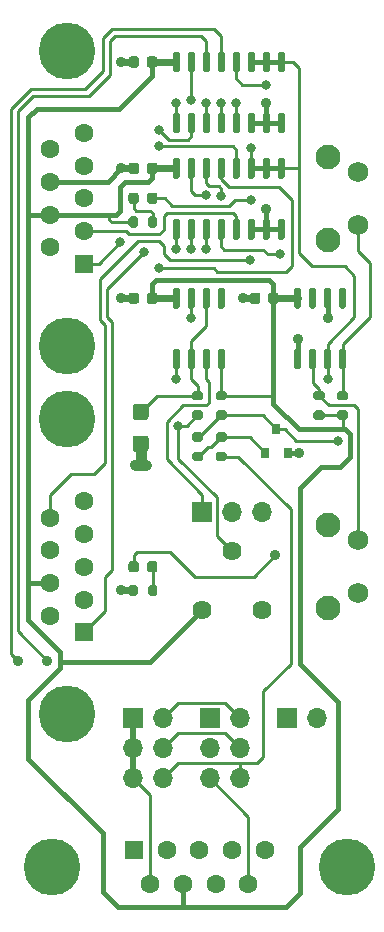
<source format=gtl>
%TF.GenerationSoftware,KiCad,Pcbnew,5.1.12-84ad8e8a86~92~ubuntu20.04.1*%
%TF.CreationDate,2021-12-12T16:01:27+01:00*%
%TF.ProjectId,C64 Joystick Switcher,43363420-4a6f-4797-9374-69636b205377,rev?*%
%TF.SameCoordinates,PX5b1e2c0PY21e9a40*%
%TF.FileFunction,Copper,L1,Top*%
%TF.FilePolarity,Positive*%
%FSLAX46Y46*%
G04 Gerber Fmt 4.6, Leading zero omitted, Abs format (unit mm)*
G04 Created by KiCad (PCBNEW 5.1.12-84ad8e8a86~92~ubuntu20.04.1) date 2021-12-12 16:01:27*
%MOMM*%
%LPD*%
G01*
G04 APERTURE LIST*
%TA.AperFunction,ComponentPad*%
%ADD10C,1.620000*%
%TD*%
%TA.AperFunction,SMDPad,CuDef*%
%ADD11R,0.800000X0.900000*%
%TD*%
%TA.AperFunction,ComponentPad*%
%ADD12C,2.100000*%
%TD*%
%TA.AperFunction,ComponentPad*%
%ADD13C,1.750000*%
%TD*%
%TA.AperFunction,ComponentPad*%
%ADD14R,1.600000X1.600000*%
%TD*%
%TA.AperFunction,ComponentPad*%
%ADD15C,1.600000*%
%TD*%
%TA.AperFunction,ComponentPad*%
%ADD16C,4.800000*%
%TD*%
%TA.AperFunction,ComponentPad*%
%ADD17R,1.700000X1.700000*%
%TD*%
%TA.AperFunction,ComponentPad*%
%ADD18O,1.700000X1.700000*%
%TD*%
%TA.AperFunction,ViaPad*%
%ADD19C,0.900000*%
%TD*%
%TA.AperFunction,ViaPad*%
%ADD20C,0.800000*%
%TD*%
%TA.AperFunction,Conductor*%
%ADD21C,0.400000*%
%TD*%
%TA.AperFunction,Conductor*%
%ADD22C,0.250000*%
%TD*%
%TA.AperFunction,Conductor*%
%ADD23C,0.600000*%
%TD*%
%TA.AperFunction,Conductor*%
%ADD24C,0.900000*%
%TD*%
%TA.AperFunction,Conductor*%
%ADD25C,0.500000*%
%TD*%
G04 APERTURE END LIST*
%TO.P,C5,2*%
%TO.N,GND*%
%TA.AperFunction,SMDPad,CuDef*%
G36*
G01*
X14830999Y-35490000D02*
X15681001Y-35490000D01*
G75*
G02*
X15931000Y-35739999I0J-249999D01*
G01*
X15931000Y-36640001D01*
G75*
G02*
X15681001Y-36890000I-249999J0D01*
G01*
X14830999Y-36890000D01*
G75*
G02*
X14581000Y-36640001I0J249999D01*
G01*
X14581000Y-35739999D01*
G75*
G02*
X14830999Y-35490000I249999J0D01*
G01*
G37*
%TD.AperFunction*%
%TO.P,C5,1*%
%TO.N,Net-(C5-Pad1)*%
%TA.AperFunction,SMDPad,CuDef*%
G36*
G01*
X14830999Y-32790000D02*
X15681001Y-32790000D01*
G75*
G02*
X15931000Y-33039999I0J-249999D01*
G01*
X15931000Y-33940001D01*
G75*
G02*
X15681001Y-34190000I-249999J0D01*
G01*
X14830999Y-34190000D01*
G75*
G02*
X14581000Y-33940001I0J249999D01*
G01*
X14581000Y-33039999D01*
G75*
G02*
X14830999Y-32790000I249999J0D01*
G01*
G37*
%TD.AperFunction*%
%TD*%
D10*
%TO.P,RV1,1*%
%TO.N,Net-(RV1-Pad1)*%
X25496000Y-50240000D03*
%TO.P,RV1,2*%
%TO.N,Net-(R8-Pad2)*%
X22996000Y-45240000D03*
%TO.P,RV1,3*%
%TO.N,VCC*%
X20496000Y-50240000D03*
%TD*%
D11*
%TO.P,Q1,3*%
%TO.N,ALT_FIRE*%
X26756000Y-34940000D03*
%TO.P,Q1,2*%
%TO.N,GND*%
X27706000Y-36940000D03*
%TO.P,Q1,1*%
%TO.N,Net-(Q1-Pad1)*%
X25806000Y-36940000D03*
%TD*%
%TO.P,D2,2*%
%TO.N,PORT*%
%TA.AperFunction,SMDPad,CuDef*%
G36*
G01*
X15106000Y-46343750D02*
X15106000Y-46856250D01*
G75*
G02*
X14887250Y-47075000I-218750J0D01*
G01*
X14449750Y-47075000D01*
G75*
G02*
X14231000Y-46856250I0J218750D01*
G01*
X14231000Y-46343750D01*
G75*
G02*
X14449750Y-46125000I218750J0D01*
G01*
X14887250Y-46125000D01*
G75*
G02*
X15106000Y-46343750I0J-218750D01*
G01*
G37*
%TD.AperFunction*%
%TO.P,D2,1*%
%TO.N,Net-(D2-Pad1)*%
%TA.AperFunction,SMDPad,CuDef*%
G36*
G01*
X16681000Y-46343750D02*
X16681000Y-46856250D01*
G75*
G02*
X16462250Y-47075000I-218750J0D01*
G01*
X16024750Y-47075000D01*
G75*
G02*
X15806000Y-46856250I0J218750D01*
G01*
X15806000Y-46343750D01*
G75*
G02*
X16024750Y-46125000I218750J0D01*
G01*
X16462250Y-46125000D01*
G75*
G02*
X16681000Y-46343750I0J-218750D01*
G01*
G37*
%TD.AperFunction*%
%TD*%
%TO.P,D1,2*%
%TO.N,Net-(D1-Pad2)*%
%TA.AperFunction,SMDPad,CuDef*%
G36*
G01*
X15106000Y-15143750D02*
X15106000Y-15656250D01*
G75*
G02*
X14887250Y-15875000I-218750J0D01*
G01*
X14449750Y-15875000D01*
G75*
G02*
X14231000Y-15656250I0J218750D01*
G01*
X14231000Y-15143750D01*
G75*
G02*
X14449750Y-14925000I218750J0D01*
G01*
X14887250Y-14925000D01*
G75*
G02*
X15106000Y-15143750I0J-218750D01*
G01*
G37*
%TD.AperFunction*%
%TO.P,D1,1*%
%TO.N,PORT*%
%TA.AperFunction,SMDPad,CuDef*%
G36*
G01*
X16681000Y-15143750D02*
X16681000Y-15656250D01*
G75*
G02*
X16462250Y-15875000I-218750J0D01*
G01*
X16024750Y-15875000D01*
G75*
G02*
X15806000Y-15656250I0J218750D01*
G01*
X15806000Y-15143750D01*
G75*
G02*
X16024750Y-14925000I218750J0D01*
G01*
X16462250Y-14925000D01*
G75*
G02*
X16681000Y-15143750I0J-218750D01*
G01*
G37*
%TD.AperFunction*%
%TD*%
%TO.P,U4,8*%
%TO.N,VCC*%
%TA.AperFunction,SMDPad,CuDef*%
G36*
G01*
X18431000Y-24740000D02*
X18131000Y-24740000D01*
G75*
G02*
X17981000Y-24590000I0J150000D01*
G01*
X17981000Y-23140000D01*
G75*
G02*
X18131000Y-22990000I150000J0D01*
G01*
X18431000Y-22990000D01*
G75*
G02*
X18581000Y-23140000I0J-150000D01*
G01*
X18581000Y-24590000D01*
G75*
G02*
X18431000Y-24740000I-150000J0D01*
G01*
G37*
%TD.AperFunction*%
%TO.P,U4,7*%
%TO.N,Net-(R8-Pad2)*%
%TA.AperFunction,SMDPad,CuDef*%
G36*
G01*
X19701000Y-24740000D02*
X19401000Y-24740000D01*
G75*
G02*
X19251000Y-24590000I0J150000D01*
G01*
X19251000Y-23140000D01*
G75*
G02*
X19401000Y-22990000I150000J0D01*
G01*
X19701000Y-22990000D01*
G75*
G02*
X19851000Y-23140000I0J-150000D01*
G01*
X19851000Y-24590000D01*
G75*
G02*
X19701000Y-24740000I-150000J0D01*
G01*
G37*
%TD.AperFunction*%
%TO.P,U4,6*%
%TO.N,Net-(C5-Pad1)*%
%TA.AperFunction,SMDPad,CuDef*%
G36*
G01*
X20971000Y-24740000D02*
X20671000Y-24740000D01*
G75*
G02*
X20521000Y-24590000I0J150000D01*
G01*
X20521000Y-23140000D01*
G75*
G02*
X20671000Y-22990000I150000J0D01*
G01*
X20971000Y-22990000D01*
G75*
G02*
X21121000Y-23140000I0J-150000D01*
G01*
X21121000Y-24590000D01*
G75*
G02*
X20971000Y-24740000I-150000J0D01*
G01*
G37*
%TD.AperFunction*%
%TO.P,U4,5*%
%TO.N,Net-(U4-Pad5)*%
%TA.AperFunction,SMDPad,CuDef*%
G36*
G01*
X22241000Y-24740000D02*
X21941000Y-24740000D01*
G75*
G02*
X21791000Y-24590000I0J150000D01*
G01*
X21791000Y-23140000D01*
G75*
G02*
X21941000Y-22990000I150000J0D01*
G01*
X22241000Y-22990000D01*
G75*
G02*
X22391000Y-23140000I0J-150000D01*
G01*
X22391000Y-24590000D01*
G75*
G02*
X22241000Y-24740000I-150000J0D01*
G01*
G37*
%TD.AperFunction*%
%TO.P,U4,4*%
%TO.N,VCC*%
%TA.AperFunction,SMDPad,CuDef*%
G36*
G01*
X22241000Y-29890000D02*
X21941000Y-29890000D01*
G75*
G02*
X21791000Y-29740000I0J150000D01*
G01*
X21791000Y-28290000D01*
G75*
G02*
X21941000Y-28140000I150000J0D01*
G01*
X22241000Y-28140000D01*
G75*
G02*
X22391000Y-28290000I0J-150000D01*
G01*
X22391000Y-29740000D01*
G75*
G02*
X22241000Y-29890000I-150000J0D01*
G01*
G37*
%TD.AperFunction*%
%TO.P,U4,3*%
%TO.N,AUTOFIRE*%
%TA.AperFunction,SMDPad,CuDef*%
G36*
G01*
X20971000Y-29890000D02*
X20671000Y-29890000D01*
G75*
G02*
X20521000Y-29740000I0J150000D01*
G01*
X20521000Y-28290000D01*
G75*
G02*
X20671000Y-28140000I150000J0D01*
G01*
X20971000Y-28140000D01*
G75*
G02*
X21121000Y-28290000I0J-150000D01*
G01*
X21121000Y-29740000D01*
G75*
G02*
X20971000Y-29890000I-150000J0D01*
G01*
G37*
%TD.AperFunction*%
%TO.P,U4,2*%
%TO.N,Net-(C5-Pad1)*%
%TA.AperFunction,SMDPad,CuDef*%
G36*
G01*
X19701000Y-29890000D02*
X19401000Y-29890000D01*
G75*
G02*
X19251000Y-29740000I0J150000D01*
G01*
X19251000Y-28290000D01*
G75*
G02*
X19401000Y-28140000I150000J0D01*
G01*
X19701000Y-28140000D01*
G75*
G02*
X19851000Y-28290000I0J-150000D01*
G01*
X19851000Y-29740000D01*
G75*
G02*
X19701000Y-29890000I-150000J0D01*
G01*
G37*
%TD.AperFunction*%
%TO.P,U4,1*%
%TO.N,FIRE*%
%TA.AperFunction,SMDPad,CuDef*%
G36*
G01*
X18431000Y-29890000D02*
X18131000Y-29890000D01*
G75*
G02*
X17981000Y-29740000I0J150000D01*
G01*
X17981000Y-28290000D01*
G75*
G02*
X18131000Y-28140000I150000J0D01*
G01*
X18431000Y-28140000D01*
G75*
G02*
X18581000Y-28290000I0J-150000D01*
G01*
X18581000Y-29740000D01*
G75*
G02*
X18431000Y-29890000I-150000J0D01*
G01*
G37*
%TD.AperFunction*%
%TD*%
%TO.P,U3,8*%
%TO.N,VCC*%
%TA.AperFunction,SMDPad,CuDef*%
G36*
G01*
X28701000Y-24740000D02*
X28401000Y-24740000D01*
G75*
G02*
X28251000Y-24590000I0J150000D01*
G01*
X28251000Y-23140000D01*
G75*
G02*
X28401000Y-22990000I150000J0D01*
G01*
X28701000Y-22990000D01*
G75*
G02*
X28851000Y-23140000I0J-150000D01*
G01*
X28851000Y-24590000D01*
G75*
G02*
X28701000Y-24740000I-150000J0D01*
G01*
G37*
%TD.AperFunction*%
%TO.P,U3,7*%
%TO.N,Net-(U3-Pad7)*%
%TA.AperFunction,SMDPad,CuDef*%
G36*
G01*
X29971000Y-24740000D02*
X29671000Y-24740000D01*
G75*
G02*
X29521000Y-24590000I0J150000D01*
G01*
X29521000Y-23140000D01*
G75*
G02*
X29671000Y-22990000I150000J0D01*
G01*
X29971000Y-22990000D01*
G75*
G02*
X30121000Y-23140000I0J-150000D01*
G01*
X30121000Y-24590000D01*
G75*
G02*
X29971000Y-24740000I-150000J0D01*
G01*
G37*
%TD.AperFunction*%
%TO.P,U3,6*%
%TO.N,GND*%
%TA.AperFunction,SMDPad,CuDef*%
G36*
G01*
X31241000Y-24740000D02*
X30941000Y-24740000D01*
G75*
G02*
X30791000Y-24590000I0J150000D01*
G01*
X30791000Y-23140000D01*
G75*
G02*
X30941000Y-22990000I150000J0D01*
G01*
X31241000Y-22990000D01*
G75*
G02*
X31391000Y-23140000I0J-150000D01*
G01*
X31391000Y-24590000D01*
G75*
G02*
X31241000Y-24740000I-150000J0D01*
G01*
G37*
%TD.AperFunction*%
%TO.P,U3,5*%
%TO.N,Net-(U3-Pad5)*%
%TA.AperFunction,SMDPad,CuDef*%
G36*
G01*
X32511000Y-24740000D02*
X32211000Y-24740000D01*
G75*
G02*
X32061000Y-24590000I0J150000D01*
G01*
X32061000Y-23140000D01*
G75*
G02*
X32211000Y-22990000I150000J0D01*
G01*
X32511000Y-22990000D01*
G75*
G02*
X32661000Y-23140000I0J-150000D01*
G01*
X32661000Y-24590000D01*
G75*
G02*
X32511000Y-24740000I-150000J0D01*
G01*
G37*
%TD.AperFunction*%
%TO.P,U3,4*%
%TO.N,Net-(R1-Pad1)*%
%TA.AperFunction,SMDPad,CuDef*%
G36*
G01*
X32511000Y-29890000D02*
X32211000Y-29890000D01*
G75*
G02*
X32061000Y-29740000I0J150000D01*
G01*
X32061000Y-28290000D01*
G75*
G02*
X32211000Y-28140000I150000J0D01*
G01*
X32511000Y-28140000D01*
G75*
G02*
X32661000Y-28290000I0J-150000D01*
G01*
X32661000Y-29740000D01*
G75*
G02*
X32511000Y-29890000I-150000J0D01*
G01*
G37*
%TD.AperFunction*%
%TO.P,U3,3*%
%TO.N,PORT*%
%TA.AperFunction,SMDPad,CuDef*%
G36*
G01*
X31241000Y-29890000D02*
X30941000Y-29890000D01*
G75*
G02*
X30791000Y-29740000I0J150000D01*
G01*
X30791000Y-28290000D01*
G75*
G02*
X30941000Y-28140000I150000J0D01*
G01*
X31241000Y-28140000D01*
G75*
G02*
X31391000Y-28290000I0J-150000D01*
G01*
X31391000Y-29740000D01*
G75*
G02*
X31241000Y-29890000I-150000J0D01*
G01*
G37*
%TD.AperFunction*%
%TO.P,U3,2*%
%TO.N,Net-(R2-Pad1)*%
%TA.AperFunction,SMDPad,CuDef*%
G36*
G01*
X29971000Y-29890000D02*
X29671000Y-29890000D01*
G75*
G02*
X29521000Y-29740000I0J150000D01*
G01*
X29521000Y-28290000D01*
G75*
G02*
X29671000Y-28140000I150000J0D01*
G01*
X29971000Y-28140000D01*
G75*
G02*
X30121000Y-28290000I0J-150000D01*
G01*
X30121000Y-29740000D01*
G75*
G02*
X29971000Y-29890000I-150000J0D01*
G01*
G37*
%TD.AperFunction*%
%TO.P,U3,1*%
%TO.N,GND*%
%TA.AperFunction,SMDPad,CuDef*%
G36*
G01*
X28701000Y-29890000D02*
X28401000Y-29890000D01*
G75*
G02*
X28251000Y-29740000I0J150000D01*
G01*
X28251000Y-28290000D01*
G75*
G02*
X28401000Y-28140000I150000J0D01*
G01*
X28701000Y-28140000D01*
G75*
G02*
X28851000Y-28290000I0J-150000D01*
G01*
X28851000Y-29740000D01*
G75*
G02*
X28701000Y-29890000I-150000J0D01*
G01*
G37*
%TD.AperFunction*%
%TD*%
%TO.P,U2,16*%
%TO.N,VCC*%
%TA.AperFunction,SMDPad,CuDef*%
G36*
G01*
X18431000Y-4740000D02*
X18131000Y-4740000D01*
G75*
G02*
X17981000Y-4590000I0J150000D01*
G01*
X17981000Y-3140000D01*
G75*
G02*
X18131000Y-2990000I150000J0D01*
G01*
X18431000Y-2990000D01*
G75*
G02*
X18581000Y-3140000I0J-150000D01*
G01*
X18581000Y-4590000D01*
G75*
G02*
X18431000Y-4740000I-150000J0D01*
G01*
G37*
%TD.AperFunction*%
%TO.P,U2,15*%
%TO.N,UP*%
%TA.AperFunction,SMDPad,CuDef*%
G36*
G01*
X19701000Y-4740000D02*
X19401000Y-4740000D01*
G75*
G02*
X19251000Y-4590000I0J150000D01*
G01*
X19251000Y-3140000D01*
G75*
G02*
X19401000Y-2990000I150000J0D01*
G01*
X19701000Y-2990000D01*
G75*
G02*
X19851000Y-3140000I0J-150000D01*
G01*
X19851000Y-4590000D01*
G75*
G02*
X19701000Y-4740000I-150000J0D01*
G01*
G37*
%TD.AperFunction*%
%TO.P,U2,14*%
%TO.N,Net-(JP2-Pad2)*%
%TA.AperFunction,SMDPad,CuDef*%
G36*
G01*
X20971000Y-4740000D02*
X20671000Y-4740000D01*
G75*
G02*
X20521000Y-4590000I0J150000D01*
G01*
X20521000Y-3140000D01*
G75*
G02*
X20671000Y-2990000I150000J0D01*
G01*
X20971000Y-2990000D01*
G75*
G02*
X21121000Y-3140000I0J-150000D01*
G01*
X21121000Y-4590000D01*
G75*
G02*
X20971000Y-4740000I-150000J0D01*
G01*
G37*
%TD.AperFunction*%
%TO.P,U2,13*%
%TO.N,Net-(J1-Pad6)*%
%TA.AperFunction,SMDPad,CuDef*%
G36*
G01*
X22241000Y-4740000D02*
X21941000Y-4740000D01*
G75*
G02*
X21791000Y-4590000I0J150000D01*
G01*
X21791000Y-3140000D01*
G75*
G02*
X21941000Y-2990000I150000J0D01*
G01*
X22241000Y-2990000D01*
G75*
G02*
X22391000Y-3140000I0J-150000D01*
G01*
X22391000Y-4590000D01*
G75*
G02*
X22241000Y-4740000I-150000J0D01*
G01*
G37*
%TD.AperFunction*%
%TO.P,U2,12*%
%TO.N,Net-(J2-Pad6)*%
%TA.AperFunction,SMDPad,CuDef*%
G36*
G01*
X23511000Y-4740000D02*
X23211000Y-4740000D01*
G75*
G02*
X23061000Y-4590000I0J150000D01*
G01*
X23061000Y-3140000D01*
G75*
G02*
X23211000Y-2990000I150000J0D01*
G01*
X23511000Y-2990000D01*
G75*
G02*
X23661000Y-3140000I0J-150000D01*
G01*
X23661000Y-4590000D01*
G75*
G02*
X23511000Y-4740000I-150000J0D01*
G01*
G37*
%TD.AperFunction*%
%TO.P,U2,11*%
%TO.N,PORT*%
%TA.AperFunction,SMDPad,CuDef*%
G36*
G01*
X24781000Y-4740000D02*
X24481000Y-4740000D01*
G75*
G02*
X24331000Y-4590000I0J150000D01*
G01*
X24331000Y-3140000D01*
G75*
G02*
X24481000Y-2990000I150000J0D01*
G01*
X24781000Y-2990000D01*
G75*
G02*
X24931000Y-3140000I0J-150000D01*
G01*
X24931000Y-4590000D01*
G75*
G02*
X24781000Y-4740000I-150000J0D01*
G01*
G37*
%TD.AperFunction*%
%TO.P,U2,10*%
%TA.AperFunction,SMDPad,CuDef*%
G36*
G01*
X26051000Y-4740000D02*
X25751000Y-4740000D01*
G75*
G02*
X25601000Y-4590000I0J150000D01*
G01*
X25601000Y-3140000D01*
G75*
G02*
X25751000Y-2990000I150000J0D01*
G01*
X26051000Y-2990000D01*
G75*
G02*
X26201000Y-3140000I0J-150000D01*
G01*
X26201000Y-4590000D01*
G75*
G02*
X26051000Y-4740000I-150000J0D01*
G01*
G37*
%TD.AperFunction*%
%TO.P,U2,9*%
%TA.AperFunction,SMDPad,CuDef*%
G36*
G01*
X27321000Y-4740000D02*
X27021000Y-4740000D01*
G75*
G02*
X26871000Y-4590000I0J150000D01*
G01*
X26871000Y-3140000D01*
G75*
G02*
X27021000Y-2990000I150000J0D01*
G01*
X27321000Y-2990000D01*
G75*
G02*
X27471000Y-3140000I0J-150000D01*
G01*
X27471000Y-4590000D01*
G75*
G02*
X27321000Y-4740000I-150000J0D01*
G01*
G37*
%TD.AperFunction*%
%TO.P,U2,8*%
%TO.N,GND*%
%TA.AperFunction,SMDPad,CuDef*%
G36*
G01*
X27321000Y-9890000D02*
X27021000Y-9890000D01*
G75*
G02*
X26871000Y-9740000I0J150000D01*
G01*
X26871000Y-8290000D01*
G75*
G02*
X27021000Y-8140000I150000J0D01*
G01*
X27321000Y-8140000D01*
G75*
G02*
X27471000Y-8290000I0J-150000D01*
G01*
X27471000Y-9740000D01*
G75*
G02*
X27321000Y-9890000I-150000J0D01*
G01*
G37*
%TD.AperFunction*%
%TO.P,U2,7*%
%TA.AperFunction,SMDPad,CuDef*%
G36*
G01*
X26051000Y-9890000D02*
X25751000Y-9890000D01*
G75*
G02*
X25601000Y-9740000I0J150000D01*
G01*
X25601000Y-8290000D01*
G75*
G02*
X25751000Y-8140000I150000J0D01*
G01*
X26051000Y-8140000D01*
G75*
G02*
X26201000Y-8290000I0J-150000D01*
G01*
X26201000Y-9740000D01*
G75*
G02*
X26051000Y-9890000I-150000J0D01*
G01*
G37*
%TD.AperFunction*%
%TO.P,U2,6*%
%TA.AperFunction,SMDPad,CuDef*%
G36*
G01*
X24781000Y-9890000D02*
X24481000Y-9890000D01*
G75*
G02*
X24331000Y-9740000I0J150000D01*
G01*
X24331000Y-8290000D01*
G75*
G02*
X24481000Y-8140000I150000J0D01*
G01*
X24781000Y-8140000D01*
G75*
G02*
X24931000Y-8290000I0J-150000D01*
G01*
X24931000Y-9740000D01*
G75*
G02*
X24781000Y-9890000I-150000J0D01*
G01*
G37*
%TD.AperFunction*%
%TO.P,U2,5*%
%TO.N,Net-(J2-Pad9)*%
%TA.AperFunction,SMDPad,CuDef*%
G36*
G01*
X23511000Y-9890000D02*
X23211000Y-9890000D01*
G75*
G02*
X23061000Y-9740000I0J150000D01*
G01*
X23061000Y-8290000D01*
G75*
G02*
X23211000Y-8140000I150000J0D01*
G01*
X23511000Y-8140000D01*
G75*
G02*
X23661000Y-8290000I0J-150000D01*
G01*
X23661000Y-9740000D01*
G75*
G02*
X23511000Y-9890000I-150000J0D01*
G01*
G37*
%TD.AperFunction*%
%TO.P,U2,4*%
%TO.N,ALT_FIRE*%
%TA.AperFunction,SMDPad,CuDef*%
G36*
G01*
X22241000Y-9890000D02*
X21941000Y-9890000D01*
G75*
G02*
X21791000Y-9740000I0J150000D01*
G01*
X21791000Y-8290000D01*
G75*
G02*
X21941000Y-8140000I150000J0D01*
G01*
X22241000Y-8140000D01*
G75*
G02*
X22391000Y-8290000I0J-150000D01*
G01*
X22391000Y-9740000D01*
G75*
G02*
X22241000Y-9890000I-150000J0D01*
G01*
G37*
%TD.AperFunction*%
%TO.P,U2,3*%
%TO.N,Net-(J1-Pad9)*%
%TA.AperFunction,SMDPad,CuDef*%
G36*
G01*
X20971000Y-9890000D02*
X20671000Y-9890000D01*
G75*
G02*
X20521000Y-9740000I0J150000D01*
G01*
X20521000Y-8290000D01*
G75*
G02*
X20671000Y-8140000I150000J0D01*
G01*
X20971000Y-8140000D01*
G75*
G02*
X21121000Y-8290000I0J-150000D01*
G01*
X21121000Y-9740000D01*
G75*
G02*
X20971000Y-9890000I-150000J0D01*
G01*
G37*
%TD.AperFunction*%
%TO.P,U2,2*%
%TO.N,Net-(J2-Pad1)*%
%TA.AperFunction,SMDPad,CuDef*%
G36*
G01*
X19701000Y-9890000D02*
X19401000Y-9890000D01*
G75*
G02*
X19251000Y-9740000I0J150000D01*
G01*
X19251000Y-8290000D01*
G75*
G02*
X19401000Y-8140000I150000J0D01*
G01*
X19701000Y-8140000D01*
G75*
G02*
X19851000Y-8290000I0J-150000D01*
G01*
X19851000Y-9740000D01*
G75*
G02*
X19701000Y-9890000I-150000J0D01*
G01*
G37*
%TD.AperFunction*%
%TO.P,U2,1*%
%TO.N,Net-(J1-Pad1)*%
%TA.AperFunction,SMDPad,CuDef*%
G36*
G01*
X18431000Y-9890000D02*
X18131000Y-9890000D01*
G75*
G02*
X17981000Y-9740000I0J150000D01*
G01*
X17981000Y-8290000D01*
G75*
G02*
X18131000Y-8140000I150000J0D01*
G01*
X18431000Y-8140000D01*
G75*
G02*
X18581000Y-8290000I0J-150000D01*
G01*
X18581000Y-9740000D01*
G75*
G02*
X18431000Y-9890000I-150000J0D01*
G01*
G37*
%TD.AperFunction*%
%TD*%
%TO.P,U1,16*%
%TO.N,VCC*%
%TA.AperFunction,SMDPad,CuDef*%
G36*
G01*
X18431000Y-13740000D02*
X18131000Y-13740000D01*
G75*
G02*
X17981000Y-13590000I0J150000D01*
G01*
X17981000Y-12140000D01*
G75*
G02*
X18131000Y-11990000I150000J0D01*
G01*
X18431000Y-11990000D01*
G75*
G02*
X18581000Y-12140000I0J-150000D01*
G01*
X18581000Y-13590000D01*
G75*
G02*
X18431000Y-13740000I-150000J0D01*
G01*
G37*
%TD.AperFunction*%
%TO.P,U1,15*%
%TO.N,LEFT*%
%TA.AperFunction,SMDPad,CuDef*%
G36*
G01*
X19701000Y-13740000D02*
X19401000Y-13740000D01*
G75*
G02*
X19251000Y-13590000I0J150000D01*
G01*
X19251000Y-12140000D01*
G75*
G02*
X19401000Y-11990000I150000J0D01*
G01*
X19701000Y-11990000D01*
G75*
G02*
X19851000Y-12140000I0J-150000D01*
G01*
X19851000Y-13590000D01*
G75*
G02*
X19701000Y-13740000I-150000J0D01*
G01*
G37*
%TD.AperFunction*%
%TO.P,U1,14*%
%TO.N,RIGHT*%
%TA.AperFunction,SMDPad,CuDef*%
G36*
G01*
X20971000Y-13740000D02*
X20671000Y-13740000D01*
G75*
G02*
X20521000Y-13590000I0J150000D01*
G01*
X20521000Y-12140000D01*
G75*
G02*
X20671000Y-11990000I150000J0D01*
G01*
X20971000Y-11990000D01*
G75*
G02*
X21121000Y-12140000I0J-150000D01*
G01*
X21121000Y-13590000D01*
G75*
G02*
X20971000Y-13740000I-150000J0D01*
G01*
G37*
%TD.AperFunction*%
%TO.P,U1,13*%
%TO.N,Net-(J1-Pad4)*%
%TA.AperFunction,SMDPad,CuDef*%
G36*
G01*
X22241000Y-13740000D02*
X21941000Y-13740000D01*
G75*
G02*
X21791000Y-13590000I0J150000D01*
G01*
X21791000Y-12140000D01*
G75*
G02*
X21941000Y-11990000I150000J0D01*
G01*
X22241000Y-11990000D01*
G75*
G02*
X22391000Y-12140000I0J-150000D01*
G01*
X22391000Y-13590000D01*
G75*
G02*
X22241000Y-13740000I-150000J0D01*
G01*
G37*
%TD.AperFunction*%
%TO.P,U1,12*%
%TO.N,Net-(J2-Pad4)*%
%TA.AperFunction,SMDPad,CuDef*%
G36*
G01*
X23511000Y-13740000D02*
X23211000Y-13740000D01*
G75*
G02*
X23061000Y-13590000I0J150000D01*
G01*
X23061000Y-12140000D01*
G75*
G02*
X23211000Y-11990000I150000J0D01*
G01*
X23511000Y-11990000D01*
G75*
G02*
X23661000Y-12140000I0J-150000D01*
G01*
X23661000Y-13590000D01*
G75*
G02*
X23511000Y-13740000I-150000J0D01*
G01*
G37*
%TD.AperFunction*%
%TO.P,U1,11*%
%TO.N,PORT*%
%TA.AperFunction,SMDPad,CuDef*%
G36*
G01*
X24781000Y-13740000D02*
X24481000Y-13740000D01*
G75*
G02*
X24331000Y-13590000I0J150000D01*
G01*
X24331000Y-12140000D01*
G75*
G02*
X24481000Y-11990000I150000J0D01*
G01*
X24781000Y-11990000D01*
G75*
G02*
X24931000Y-12140000I0J-150000D01*
G01*
X24931000Y-13590000D01*
G75*
G02*
X24781000Y-13740000I-150000J0D01*
G01*
G37*
%TD.AperFunction*%
%TO.P,U1,10*%
%TA.AperFunction,SMDPad,CuDef*%
G36*
G01*
X26051000Y-13740000D02*
X25751000Y-13740000D01*
G75*
G02*
X25601000Y-13590000I0J150000D01*
G01*
X25601000Y-12140000D01*
G75*
G02*
X25751000Y-11990000I150000J0D01*
G01*
X26051000Y-11990000D01*
G75*
G02*
X26201000Y-12140000I0J-150000D01*
G01*
X26201000Y-13590000D01*
G75*
G02*
X26051000Y-13740000I-150000J0D01*
G01*
G37*
%TD.AperFunction*%
%TO.P,U1,9*%
%TA.AperFunction,SMDPad,CuDef*%
G36*
G01*
X27321000Y-13740000D02*
X27021000Y-13740000D01*
G75*
G02*
X26871000Y-13590000I0J150000D01*
G01*
X26871000Y-12140000D01*
G75*
G02*
X27021000Y-11990000I150000J0D01*
G01*
X27321000Y-11990000D01*
G75*
G02*
X27471000Y-12140000I0J-150000D01*
G01*
X27471000Y-13590000D01*
G75*
G02*
X27321000Y-13740000I-150000J0D01*
G01*
G37*
%TD.AperFunction*%
%TO.P,U1,8*%
%TO.N,GND*%
%TA.AperFunction,SMDPad,CuDef*%
G36*
G01*
X27321000Y-18890000D02*
X27021000Y-18890000D01*
G75*
G02*
X26871000Y-18740000I0J150000D01*
G01*
X26871000Y-17290000D01*
G75*
G02*
X27021000Y-17140000I150000J0D01*
G01*
X27321000Y-17140000D01*
G75*
G02*
X27471000Y-17290000I0J-150000D01*
G01*
X27471000Y-18740000D01*
G75*
G02*
X27321000Y-18890000I-150000J0D01*
G01*
G37*
%TD.AperFunction*%
%TO.P,U1,7*%
%TA.AperFunction,SMDPad,CuDef*%
G36*
G01*
X26051000Y-18890000D02*
X25751000Y-18890000D01*
G75*
G02*
X25601000Y-18740000I0J150000D01*
G01*
X25601000Y-17290000D01*
G75*
G02*
X25751000Y-17140000I150000J0D01*
G01*
X26051000Y-17140000D01*
G75*
G02*
X26201000Y-17290000I0J-150000D01*
G01*
X26201000Y-18740000D01*
G75*
G02*
X26051000Y-18890000I-150000J0D01*
G01*
G37*
%TD.AperFunction*%
%TO.P,U1,6*%
%TA.AperFunction,SMDPad,CuDef*%
G36*
G01*
X24781000Y-18890000D02*
X24481000Y-18890000D01*
G75*
G02*
X24331000Y-18740000I0J150000D01*
G01*
X24331000Y-17290000D01*
G75*
G02*
X24481000Y-17140000I150000J0D01*
G01*
X24781000Y-17140000D01*
G75*
G02*
X24931000Y-17290000I0J-150000D01*
G01*
X24931000Y-18740000D01*
G75*
G02*
X24781000Y-18890000I-150000J0D01*
G01*
G37*
%TD.AperFunction*%
%TO.P,U1,5*%
%TO.N,Net-(J2-Pad2)*%
%TA.AperFunction,SMDPad,CuDef*%
G36*
G01*
X23511000Y-18890000D02*
X23211000Y-18890000D01*
G75*
G02*
X23061000Y-18740000I0J150000D01*
G01*
X23061000Y-17290000D01*
G75*
G02*
X23211000Y-17140000I150000J0D01*
G01*
X23511000Y-17140000D01*
G75*
G02*
X23661000Y-17290000I0J-150000D01*
G01*
X23661000Y-18740000D01*
G75*
G02*
X23511000Y-18890000I-150000J0D01*
G01*
G37*
%TD.AperFunction*%
%TO.P,U1,4*%
%TO.N,DOWN*%
%TA.AperFunction,SMDPad,CuDef*%
G36*
G01*
X22241000Y-18890000D02*
X21941000Y-18890000D01*
G75*
G02*
X21791000Y-18740000I0J150000D01*
G01*
X21791000Y-17290000D01*
G75*
G02*
X21941000Y-17140000I150000J0D01*
G01*
X22241000Y-17140000D01*
G75*
G02*
X22391000Y-17290000I0J-150000D01*
G01*
X22391000Y-18740000D01*
G75*
G02*
X22241000Y-18890000I-150000J0D01*
G01*
G37*
%TD.AperFunction*%
%TO.P,U1,3*%
%TO.N,Net-(J1-Pad2)*%
%TA.AperFunction,SMDPad,CuDef*%
G36*
G01*
X20971000Y-18890000D02*
X20671000Y-18890000D01*
G75*
G02*
X20521000Y-18740000I0J150000D01*
G01*
X20521000Y-17290000D01*
G75*
G02*
X20671000Y-17140000I150000J0D01*
G01*
X20971000Y-17140000D01*
G75*
G02*
X21121000Y-17290000I0J-150000D01*
G01*
X21121000Y-18740000D01*
G75*
G02*
X20971000Y-18890000I-150000J0D01*
G01*
G37*
%TD.AperFunction*%
%TO.P,U1,2*%
%TO.N,Net-(J2-Pad3)*%
%TA.AperFunction,SMDPad,CuDef*%
G36*
G01*
X19701000Y-18890000D02*
X19401000Y-18890000D01*
G75*
G02*
X19251000Y-18740000I0J150000D01*
G01*
X19251000Y-17290000D01*
G75*
G02*
X19401000Y-17140000I150000J0D01*
G01*
X19701000Y-17140000D01*
G75*
G02*
X19851000Y-17290000I0J-150000D01*
G01*
X19851000Y-18740000D01*
G75*
G02*
X19701000Y-18890000I-150000J0D01*
G01*
G37*
%TD.AperFunction*%
%TO.P,U1,1*%
%TO.N,Net-(J1-Pad3)*%
%TA.AperFunction,SMDPad,CuDef*%
G36*
G01*
X18431000Y-18890000D02*
X18131000Y-18890000D01*
G75*
G02*
X17981000Y-18740000I0J150000D01*
G01*
X17981000Y-17290000D01*
G75*
G02*
X18131000Y-17140000I150000J0D01*
G01*
X18431000Y-17140000D01*
G75*
G02*
X18581000Y-17290000I0J-150000D01*
G01*
X18581000Y-18740000D01*
G75*
G02*
X18431000Y-18890000I-150000J0D01*
G01*
G37*
%TD.AperFunction*%
%TD*%
D12*
%TO.P,SW2,*%
%TO.N,*%
X31166000Y-11900000D03*
D13*
%TO.P,SW2,1*%
%TO.N,GND*%
X33656000Y-13150000D03*
%TO.P,SW2,2*%
%TO.N,Net-(R1-Pad1)*%
X33656000Y-17650000D03*
D12*
%TO.P,SW2,*%
%TO.N,*%
X31166000Y-18910000D03*
%TD*%
%TO.P,SW1,*%
%TO.N,*%
X31166000Y-43100000D03*
D13*
%TO.P,SW1,1*%
%TO.N,Net-(R2-Pad1)*%
X33656000Y-44350000D03*
%TO.P,SW1,2*%
%TO.N,GND*%
X33656000Y-48850000D03*
D12*
%TO.P,SW1,*%
%TO.N,*%
X31166000Y-50110000D03*
%TD*%
%TO.P,R8,2*%
%TO.N,Net-(R8-Pad2)*%
%TA.AperFunction,SMDPad,CuDef*%
G36*
G01*
X19816000Y-33365000D02*
X20366000Y-33365000D01*
G75*
G02*
X20566000Y-33565000I0J-200000D01*
G01*
X20566000Y-33965000D01*
G75*
G02*
X20366000Y-34165000I-200000J0D01*
G01*
X19816000Y-34165000D01*
G75*
G02*
X19616000Y-33965000I0J200000D01*
G01*
X19616000Y-33565000D01*
G75*
G02*
X19816000Y-33365000I200000J0D01*
G01*
G37*
%TD.AperFunction*%
%TO.P,R8,1*%
%TO.N,Net-(C5-Pad1)*%
%TA.AperFunction,SMDPad,CuDef*%
G36*
G01*
X19816000Y-31715000D02*
X20366000Y-31715000D01*
G75*
G02*
X20566000Y-31915000I0J-200000D01*
G01*
X20566000Y-32315000D01*
G75*
G02*
X20366000Y-32515000I-200000J0D01*
G01*
X19816000Y-32515000D01*
G75*
G02*
X19616000Y-32315000I0J200000D01*
G01*
X19616000Y-31915000D01*
G75*
G02*
X19816000Y-31715000I200000J0D01*
G01*
G37*
%TD.AperFunction*%
%TD*%
%TO.P,R7,2*%
%TO.N,Net-(Q1-Pad1)*%
%TA.AperFunction,SMDPad,CuDef*%
G36*
G01*
X22366000Y-36015000D02*
X21816000Y-36015000D01*
G75*
G02*
X21616000Y-35815000I0J200000D01*
G01*
X21616000Y-35415000D01*
G75*
G02*
X21816000Y-35215000I200000J0D01*
G01*
X22366000Y-35215000D01*
G75*
G02*
X22566000Y-35415000I0J-200000D01*
G01*
X22566000Y-35815000D01*
G75*
G02*
X22366000Y-36015000I-200000J0D01*
G01*
G37*
%TD.AperFunction*%
%TO.P,R7,1*%
%TO.N,Net-(J4-Pad6)*%
%TA.AperFunction,SMDPad,CuDef*%
G36*
G01*
X22366000Y-37665000D02*
X21816000Y-37665000D01*
G75*
G02*
X21616000Y-37465000I0J200000D01*
G01*
X21616000Y-37065000D01*
G75*
G02*
X21816000Y-36865000I200000J0D01*
G01*
X22366000Y-36865000D01*
G75*
G02*
X22566000Y-37065000I0J-200000D01*
G01*
X22566000Y-37465000D01*
G75*
G02*
X22366000Y-37665000I-200000J0D01*
G01*
G37*
%TD.AperFunction*%
%TD*%
%TO.P,R6,2*%
%TO.N,Net-(Q1-Pad1)*%
%TA.AperFunction,SMDPad,CuDef*%
G36*
G01*
X19816000Y-36865000D02*
X20366000Y-36865000D01*
G75*
G02*
X20566000Y-37065000I0J-200000D01*
G01*
X20566000Y-37465000D01*
G75*
G02*
X20366000Y-37665000I-200000J0D01*
G01*
X19816000Y-37665000D01*
G75*
G02*
X19616000Y-37465000I0J200000D01*
G01*
X19616000Y-37065000D01*
G75*
G02*
X19816000Y-36865000I200000J0D01*
G01*
G37*
%TD.AperFunction*%
%TO.P,R6,1*%
%TO.N,ALT_FIRE*%
%TA.AperFunction,SMDPad,CuDef*%
G36*
G01*
X19816000Y-35215000D02*
X20366000Y-35215000D01*
G75*
G02*
X20566000Y-35415000I0J-200000D01*
G01*
X20566000Y-35815000D01*
G75*
G02*
X20366000Y-36015000I-200000J0D01*
G01*
X19816000Y-36015000D01*
G75*
G02*
X19616000Y-35815000I0J200000D01*
G01*
X19616000Y-35415000D01*
G75*
G02*
X19816000Y-35215000I200000J0D01*
G01*
G37*
%TD.AperFunction*%
%TD*%
%TO.P,R5,2*%
%TO.N,VCC*%
%TA.AperFunction,SMDPad,CuDef*%
G36*
G01*
X22366000Y-32515000D02*
X21816000Y-32515000D01*
G75*
G02*
X21616000Y-32315000I0J200000D01*
G01*
X21616000Y-31915000D01*
G75*
G02*
X21816000Y-31715000I200000J0D01*
G01*
X22366000Y-31715000D01*
G75*
G02*
X22566000Y-31915000I0J-200000D01*
G01*
X22566000Y-32315000D01*
G75*
G02*
X22366000Y-32515000I-200000J0D01*
G01*
G37*
%TD.AperFunction*%
%TO.P,R5,1*%
%TO.N,ALT_FIRE*%
%TA.AperFunction,SMDPad,CuDef*%
G36*
G01*
X22366000Y-34165000D02*
X21816000Y-34165000D01*
G75*
G02*
X21616000Y-33965000I0J200000D01*
G01*
X21616000Y-33565000D01*
G75*
G02*
X21816000Y-33365000I200000J0D01*
G01*
X22366000Y-33365000D01*
G75*
G02*
X22566000Y-33565000I0J-200000D01*
G01*
X22566000Y-33965000D01*
G75*
G02*
X22366000Y-34165000I-200000J0D01*
G01*
G37*
%TD.AperFunction*%
%TD*%
%TO.P,R4,2*%
%TO.N,Net-(D2-Pad1)*%
%TA.AperFunction,SMDPad,CuDef*%
G36*
G01*
X15881000Y-48875000D02*
X15881000Y-48325000D01*
G75*
G02*
X16081000Y-48125000I200000J0D01*
G01*
X16481000Y-48125000D01*
G75*
G02*
X16681000Y-48325000I0J-200000D01*
G01*
X16681000Y-48875000D01*
G75*
G02*
X16481000Y-49075000I-200000J0D01*
G01*
X16081000Y-49075000D01*
G75*
G02*
X15881000Y-48875000I0J200000D01*
G01*
G37*
%TD.AperFunction*%
%TO.P,R4,1*%
%TO.N,GND*%
%TA.AperFunction,SMDPad,CuDef*%
G36*
G01*
X14231000Y-48875000D02*
X14231000Y-48325000D01*
G75*
G02*
X14431000Y-48125000I200000J0D01*
G01*
X14831000Y-48125000D01*
G75*
G02*
X15031000Y-48325000I0J-200000D01*
G01*
X15031000Y-48875000D01*
G75*
G02*
X14831000Y-49075000I-200000J0D01*
G01*
X14431000Y-49075000D01*
G75*
G02*
X14231000Y-48875000I0J200000D01*
G01*
G37*
%TD.AperFunction*%
%TD*%
%TO.P,R3,2*%
%TO.N,VCC*%
%TA.AperFunction,SMDPad,CuDef*%
G36*
G01*
X15031000Y-17125000D02*
X15031000Y-17675000D01*
G75*
G02*
X14831000Y-17875000I-200000J0D01*
G01*
X14431000Y-17875000D01*
G75*
G02*
X14231000Y-17675000I0J200000D01*
G01*
X14231000Y-17125000D01*
G75*
G02*
X14431000Y-16925000I200000J0D01*
G01*
X14831000Y-16925000D01*
G75*
G02*
X15031000Y-17125000I0J-200000D01*
G01*
G37*
%TD.AperFunction*%
%TO.P,R3,1*%
%TO.N,Net-(D1-Pad2)*%
%TA.AperFunction,SMDPad,CuDef*%
G36*
G01*
X16681000Y-17125000D02*
X16681000Y-17675000D01*
G75*
G02*
X16481000Y-17875000I-200000J0D01*
G01*
X16081000Y-17875000D01*
G75*
G02*
X15881000Y-17675000I0J200000D01*
G01*
X15881000Y-17125000D01*
G75*
G02*
X16081000Y-16925000I200000J0D01*
G01*
X16481000Y-16925000D01*
G75*
G02*
X16681000Y-17125000I0J-200000D01*
G01*
G37*
%TD.AperFunction*%
%TD*%
%TO.P,R2,2*%
%TO.N,VCC*%
%TA.AperFunction,SMDPad,CuDef*%
G36*
G01*
X30086000Y-33365000D02*
X30636000Y-33365000D01*
G75*
G02*
X30836000Y-33565000I0J-200000D01*
G01*
X30836000Y-33965000D01*
G75*
G02*
X30636000Y-34165000I-200000J0D01*
G01*
X30086000Y-34165000D01*
G75*
G02*
X29886000Y-33965000I0J200000D01*
G01*
X29886000Y-33565000D01*
G75*
G02*
X30086000Y-33365000I200000J0D01*
G01*
G37*
%TD.AperFunction*%
%TO.P,R2,1*%
%TO.N,Net-(R2-Pad1)*%
%TA.AperFunction,SMDPad,CuDef*%
G36*
G01*
X30086000Y-31715000D02*
X30636000Y-31715000D01*
G75*
G02*
X30836000Y-31915000I0J-200000D01*
G01*
X30836000Y-32315000D01*
G75*
G02*
X30636000Y-32515000I-200000J0D01*
G01*
X30086000Y-32515000D01*
G75*
G02*
X29886000Y-32315000I0J200000D01*
G01*
X29886000Y-31915000D01*
G75*
G02*
X30086000Y-31715000I200000J0D01*
G01*
G37*
%TD.AperFunction*%
%TD*%
%TO.P,R1,2*%
%TO.N,VCC*%
%TA.AperFunction,SMDPad,CuDef*%
G36*
G01*
X32086000Y-33365000D02*
X32636000Y-33365000D01*
G75*
G02*
X32836000Y-33565000I0J-200000D01*
G01*
X32836000Y-33965000D01*
G75*
G02*
X32636000Y-34165000I-200000J0D01*
G01*
X32086000Y-34165000D01*
G75*
G02*
X31886000Y-33965000I0J200000D01*
G01*
X31886000Y-33565000D01*
G75*
G02*
X32086000Y-33365000I200000J0D01*
G01*
G37*
%TD.AperFunction*%
%TO.P,R1,1*%
%TO.N,Net-(R1-Pad1)*%
%TA.AperFunction,SMDPad,CuDef*%
G36*
G01*
X32086000Y-31715000D02*
X32636000Y-31715000D01*
G75*
G02*
X32836000Y-31915000I0J-200000D01*
G01*
X32836000Y-32315000D01*
G75*
G02*
X32636000Y-32515000I-200000J0D01*
G01*
X32086000Y-32515000D01*
G75*
G02*
X31886000Y-32315000I0J200000D01*
G01*
X31886000Y-31915000D01*
G75*
G02*
X32086000Y-31715000I200000J0D01*
G01*
G37*
%TD.AperFunction*%
%TD*%
%TO.P,C4,2*%
%TO.N,GND*%
%TA.AperFunction,SMDPad,CuDef*%
G36*
G01*
X15131000Y-23615000D02*
X15131000Y-24115000D01*
G75*
G02*
X14906000Y-24340000I-225000J0D01*
G01*
X14456000Y-24340000D01*
G75*
G02*
X14231000Y-24115000I0J225000D01*
G01*
X14231000Y-23615000D01*
G75*
G02*
X14456000Y-23390000I225000J0D01*
G01*
X14906000Y-23390000D01*
G75*
G02*
X15131000Y-23615000I0J-225000D01*
G01*
G37*
%TD.AperFunction*%
%TO.P,C4,1*%
%TO.N,VCC*%
%TA.AperFunction,SMDPad,CuDef*%
G36*
G01*
X16681000Y-23615000D02*
X16681000Y-24115000D01*
G75*
G02*
X16456000Y-24340000I-225000J0D01*
G01*
X16006000Y-24340000D01*
G75*
G02*
X15781000Y-24115000I0J225000D01*
G01*
X15781000Y-23615000D01*
G75*
G02*
X16006000Y-23390000I225000J0D01*
G01*
X16456000Y-23390000D01*
G75*
G02*
X16681000Y-23615000I0J-225000D01*
G01*
G37*
%TD.AperFunction*%
%TD*%
%TO.P,C3,2*%
%TO.N,GND*%
%TA.AperFunction,SMDPad,CuDef*%
G36*
G01*
X25401000Y-23615000D02*
X25401000Y-24115000D01*
G75*
G02*
X25176000Y-24340000I-225000J0D01*
G01*
X24726000Y-24340000D01*
G75*
G02*
X24501000Y-24115000I0J225000D01*
G01*
X24501000Y-23615000D01*
G75*
G02*
X24726000Y-23390000I225000J0D01*
G01*
X25176000Y-23390000D01*
G75*
G02*
X25401000Y-23615000I0J-225000D01*
G01*
G37*
%TD.AperFunction*%
%TO.P,C3,1*%
%TO.N,VCC*%
%TA.AperFunction,SMDPad,CuDef*%
G36*
G01*
X26951000Y-23615000D02*
X26951000Y-24115000D01*
G75*
G02*
X26726000Y-24340000I-225000J0D01*
G01*
X26276000Y-24340000D01*
G75*
G02*
X26051000Y-24115000I0J225000D01*
G01*
X26051000Y-23615000D01*
G75*
G02*
X26276000Y-23390000I225000J0D01*
G01*
X26726000Y-23390000D01*
G75*
G02*
X26951000Y-23615000I0J-225000D01*
G01*
G37*
%TD.AperFunction*%
%TD*%
%TO.P,C2,2*%
%TO.N,GND*%
%TA.AperFunction,SMDPad,CuDef*%
G36*
G01*
X15131000Y-12615000D02*
X15131000Y-13115000D01*
G75*
G02*
X14906000Y-13340000I-225000J0D01*
G01*
X14456000Y-13340000D01*
G75*
G02*
X14231000Y-13115000I0J225000D01*
G01*
X14231000Y-12615000D01*
G75*
G02*
X14456000Y-12390000I225000J0D01*
G01*
X14906000Y-12390000D01*
G75*
G02*
X15131000Y-12615000I0J-225000D01*
G01*
G37*
%TD.AperFunction*%
%TO.P,C2,1*%
%TO.N,VCC*%
%TA.AperFunction,SMDPad,CuDef*%
G36*
G01*
X16681000Y-12615000D02*
X16681000Y-13115000D01*
G75*
G02*
X16456000Y-13340000I-225000J0D01*
G01*
X16006000Y-13340000D01*
G75*
G02*
X15781000Y-13115000I0J225000D01*
G01*
X15781000Y-12615000D01*
G75*
G02*
X16006000Y-12390000I225000J0D01*
G01*
X16456000Y-12390000D01*
G75*
G02*
X16681000Y-12615000I0J-225000D01*
G01*
G37*
%TD.AperFunction*%
%TD*%
%TO.P,C1,2*%
%TO.N,GND*%
%TA.AperFunction,SMDPad,CuDef*%
G36*
G01*
X15131000Y-3615000D02*
X15131000Y-4115000D01*
G75*
G02*
X14906000Y-4340000I-225000J0D01*
G01*
X14456000Y-4340000D01*
G75*
G02*
X14231000Y-4115000I0J225000D01*
G01*
X14231000Y-3615000D01*
G75*
G02*
X14456000Y-3390000I225000J0D01*
G01*
X14906000Y-3390000D01*
G75*
G02*
X15131000Y-3615000I0J-225000D01*
G01*
G37*
%TD.AperFunction*%
%TO.P,C1,1*%
%TO.N,VCC*%
%TA.AperFunction,SMDPad,CuDef*%
G36*
G01*
X16681000Y-3615000D02*
X16681000Y-4115000D01*
G75*
G02*
X16456000Y-4340000I-225000J0D01*
G01*
X16006000Y-4340000D01*
G75*
G02*
X15781000Y-4115000I0J225000D01*
G01*
X15781000Y-3615000D01*
G75*
G02*
X16006000Y-3390000I225000J0D01*
G01*
X16456000Y-3390000D01*
G75*
G02*
X16681000Y-3615000I0J-225000D01*
G01*
G37*
%TD.AperFunction*%
%TD*%
D14*
%TO.P,J2,1*%
%TO.N,Net-(J2-Pad1)*%
X10456000Y-20940000D03*
D15*
%TO.P,J2,2*%
%TO.N,Net-(J2-Pad2)*%
X10456000Y-18170000D03*
%TO.P,J2,3*%
%TO.N,Net-(J2-Pad3)*%
X10456000Y-15400000D03*
%TO.P,J2,4*%
%TO.N,Net-(J2-Pad4)*%
X10456000Y-12630000D03*
%TO.P,J2,5*%
%TO.N,Net-(J2-Pad5)*%
X10456000Y-9860000D03*
%TO.P,J2,6*%
%TO.N,Net-(J2-Pad6)*%
X7616000Y-19555000D03*
%TO.P,J2,7*%
%TO.N,VCC*%
X7616000Y-16785000D03*
%TO.P,J2,8*%
%TO.N,GND*%
X7616000Y-14015000D03*
%TO.P,J2,9*%
%TO.N,Net-(J2-Pad9)*%
X7616000Y-11245000D03*
D16*
%TO.P,J2,0*%
%TO.N,N/C*%
X9036000Y-2900000D03*
X9036000Y-27900000D03*
%TD*%
D14*
%TO.P,J1,1*%
%TO.N,Net-(J1-Pad1)*%
X10456000Y-52140000D03*
D15*
%TO.P,J1,2*%
%TO.N,Net-(J1-Pad2)*%
X10456000Y-49370000D03*
%TO.P,J1,3*%
%TO.N,Net-(J1-Pad3)*%
X10456000Y-46600000D03*
%TO.P,J1,4*%
%TO.N,Net-(J1-Pad4)*%
X10456000Y-43830000D03*
%TO.P,J1,5*%
%TO.N,Net-(J1-Pad5)*%
X10456000Y-41060000D03*
%TO.P,J1,6*%
%TO.N,Net-(J1-Pad6)*%
X7616000Y-50755000D03*
%TO.P,J1,7*%
%TO.N,VCC*%
X7616000Y-47985000D03*
%TO.P,J1,8*%
%TO.N,GND*%
X7616000Y-45215000D03*
%TO.P,J1,9*%
%TO.N,Net-(J1-Pad9)*%
X7616000Y-42445000D03*
D16*
%TO.P,J1,0*%
%TO.N,N/C*%
X9036000Y-34100000D03*
X9036000Y-59100000D03*
%TD*%
D14*
%TO.P,J3,1*%
%TO.N,/GP_UP*%
X14692000Y-70580000D03*
D15*
%TO.P,J3,2*%
%TO.N,DOWN*%
X17462000Y-70580000D03*
%TO.P,J3,3*%
%TO.N,LEFT*%
X20232000Y-70580000D03*
%TO.P,J3,4*%
%TO.N,RIGHT*%
X23002000Y-70580000D03*
%TO.P,J3,5*%
%TO.N,Net-(J3-Pad5)*%
X25772000Y-70580000D03*
%TO.P,J3,6*%
%TO.N,/GP_BTN_1*%
X16077000Y-73420000D03*
%TO.P,J3,7*%
%TO.N,VCC*%
X18847000Y-73420000D03*
%TO.P,J3,8*%
%TO.N,GND*%
X21617000Y-73420000D03*
%TO.P,J3,9*%
%TO.N,/GP_BTN_2*%
X24387000Y-73420000D03*
D16*
%TO.P,J3,0*%
%TO.N,N/C*%
X7732000Y-72000000D03*
X32732000Y-72000000D03*
%TD*%
D17*
%TO.P,JP1,1*%
%TO.N,UP*%
X27656000Y-59440000D03*
D18*
%TO.P,JP1,2*%
%TO.N,/GP_UP*%
X30196000Y-59440000D03*
%TD*%
D17*
%TO.P,J4,1*%
%TO.N,/GP_BTN_2*%
X21156000Y-59440000D03*
D18*
%TO.P,J4,2*%
%TO.N,UP*%
X23696000Y-59440000D03*
%TO.P,J4,3*%
%TO.N,/GP_BTN_2*%
X21156000Y-61980000D03*
%TO.P,J4,4*%
%TO.N,FIRE*%
X23696000Y-61980000D03*
%TO.P,J4,5*%
%TO.N,/GP_BTN_2*%
X21156000Y-64520000D03*
%TO.P,J4,6*%
%TO.N,Net-(J4-Pad6)*%
X23696000Y-64520000D03*
%TD*%
D17*
%TO.P,J5,1*%
%TO.N,/GP_BTN_1*%
X14656000Y-59440000D03*
D18*
%TO.P,J5,2*%
%TO.N,UP*%
X17196000Y-59440000D03*
%TO.P,J5,3*%
%TO.N,/GP_BTN_1*%
X14656000Y-61980000D03*
%TO.P,J5,4*%
%TO.N,FIRE*%
X17196000Y-61980000D03*
%TO.P,J5,5*%
%TO.N,/GP_BTN_1*%
X14656000Y-64520000D03*
%TO.P,J5,6*%
%TO.N,Net-(J4-Pad6)*%
X17196000Y-64520000D03*
%TD*%
D17*
%TO.P,JP2,1*%
%TO.N,AUTOFIRE*%
X20456000Y-41940000D03*
D18*
%TO.P,JP2,2*%
%TO.N,Net-(JP2-Pad2)*%
X22996000Y-41940000D03*
%TO.P,JP2,3*%
%TO.N,FIRE*%
X25536000Y-41940000D03*
%TD*%
D19*
%TO.N,PORT*%
X26656000Y-45640000D03*
D20*
X31091000Y-30715000D03*
X24631000Y-11165000D03*
X24631000Y-15565000D03*
D19*
%TO.N,GND*%
X25901000Y-16315000D03*
X23901000Y-23865000D03*
X13631000Y-23865000D03*
X13631000Y-12865000D03*
X13631000Y-3865000D03*
X13631000Y-48600000D03*
X28706000Y-36940000D03*
X31091000Y-25565000D03*
X28551000Y-27315000D03*
X25901000Y-7315000D03*
X14756000Y-37940000D03*
X15756000Y-37940000D03*
D20*
%TO.N,DOWN*%
X27056000Y-20140000D03*
%TO.N,LEFT*%
X20756000Y-15140000D03*
%TO.N,RIGHT*%
X22106000Y-15190000D03*
%TO.N,UP*%
X19551000Y-7115000D03*
%TO.N,FIRE*%
X18281000Y-30715000D03*
%TO.N,Net-(J1-Pad9)*%
X20821000Y-7315000D03*
X24556000Y-20640000D03*
%TO.N,Net-(J2-Pad9)*%
X23361000Y-7315000D03*
%TO.N,ALT_FIRE*%
X22091000Y-7315000D03*
X31956000Y-35940000D03*
%TO.N,Net-(J1-Pad1)*%
X18281000Y-7315000D03*
X15556000Y-19940000D03*
%TO.N,Net-(J1-Pad2)*%
X20821000Y-19715000D03*
%TO.N,Net-(J1-Pad3)*%
X18281000Y-19715000D03*
%TO.N,Net-(J1-Pad4)*%
X16856000Y-21340000D03*
D19*
%TO.N,Net-(J1-Pad6)*%
X4856000Y-54540000D03*
D20*
%TO.N,Net-(J2-Pad1)*%
X16856000Y-9640000D03*
X13556000Y-19090000D03*
%TO.N,Net-(J2-Pad3)*%
X19551000Y-19715000D03*
%TO.N,Net-(J2-Pad4)*%
X16856000Y-10990000D03*
%TO.N,Net-(J2-Pad6)*%
X25901000Y-5765000D03*
D19*
%TO.N,Net-(JP2-Pad2)*%
X7356000Y-54540000D03*
D20*
%TO.N,Net-(R8-Pad2)*%
X19551000Y-25565000D03*
X18456000Y-34640000D03*
%TD*%
D21*
%TO.N,PORT*%
X24631000Y-12865000D02*
X25901000Y-12865000D01*
X25901000Y-12865000D02*
X27171000Y-12865000D01*
D22*
X29756000Y-21140000D02*
X28656000Y-20040000D01*
X33356000Y-21940000D02*
X32556000Y-21140000D01*
X32556000Y-21140000D02*
X29756000Y-21140000D01*
X33356000Y-25440000D02*
X33356000Y-21940000D01*
X31091000Y-27705000D02*
X33356000Y-25440000D01*
X31091000Y-29015000D02*
X31091000Y-27705000D01*
D21*
X24631000Y-3865000D02*
X25901000Y-3865000D01*
X25901000Y-3865000D02*
X27171000Y-3865000D01*
D22*
X31091000Y-29015000D02*
X31091000Y-30715000D01*
X24856000Y-47440000D02*
X26656000Y-45640000D01*
X19856000Y-47440000D02*
X24856000Y-47440000D01*
X14956000Y-45340000D02*
X17756000Y-45340000D01*
X14668500Y-45627500D02*
X14956000Y-45340000D01*
X17756000Y-45340000D02*
X19856000Y-47440000D01*
X14668500Y-46600000D02*
X14668500Y-45627500D01*
X17316000Y-15400000D02*
X17956000Y-16040000D01*
X16243500Y-15400000D02*
X17316000Y-15400000D01*
X28656000Y-12865000D02*
X28656000Y-4340000D01*
X28181000Y-3865000D02*
X27171000Y-3865000D01*
X28656000Y-4340000D02*
X28181000Y-3865000D01*
X28656000Y-20040000D02*
X28656000Y-12865000D01*
X27171000Y-12865000D02*
X28656000Y-12865000D01*
X24631000Y-11165000D02*
X24631000Y-12865000D01*
X17956000Y-16040000D02*
X22756000Y-16040000D01*
X23231000Y-15565000D02*
X24631000Y-15565000D01*
X22756000Y-16040000D02*
X23231000Y-15565000D01*
%TO.N,Net-(D1-Pad2)*%
X16281000Y-17400000D02*
X16281000Y-16665000D01*
X16281000Y-16665000D02*
X16056000Y-16440000D01*
X16056000Y-16440000D02*
X14856000Y-16440000D01*
X14856000Y-16440000D02*
X14668500Y-16252500D01*
X14668500Y-16252500D02*
X14668500Y-15400000D01*
%TO.N,Net-(D2-Pad1)*%
X16281000Y-46637500D02*
X16243500Y-46600000D01*
X16281000Y-48600000D02*
X16281000Y-46637500D01*
D23*
%TO.N,VCC*%
X16231000Y-3865000D02*
X18281000Y-3865000D01*
X16231000Y-12865000D02*
X18281000Y-12865000D01*
X18281000Y-23865000D02*
X16231000Y-23865000D01*
X28551000Y-23865000D02*
X26501000Y-23865000D01*
D22*
X30361000Y-33765000D02*
X32361000Y-33765000D01*
X22091000Y-32115000D02*
X26501000Y-32115000D01*
X22091000Y-32115000D02*
X22091000Y-29015000D01*
D21*
X5756000Y-16785000D02*
X7616000Y-16785000D01*
X5756000Y-47985000D02*
X7616000Y-47985000D01*
X5756000Y-62840000D02*
X12056000Y-69140000D01*
X12056000Y-69140000D02*
X12056000Y-74140000D01*
X12056000Y-74140000D02*
X13356000Y-75440000D01*
X13356000Y-75440000D02*
X18847000Y-75440000D01*
X18847000Y-75440000D02*
X18847000Y-73420000D01*
X5756000Y-16785000D02*
X5756000Y-47985000D01*
X26501000Y-23865000D02*
X26501000Y-32115000D01*
X26501000Y-32785000D02*
X26501000Y-32115000D01*
X32361000Y-34940000D02*
X28656000Y-34940000D01*
X28656000Y-34940000D02*
X26501000Y-32785000D01*
X16096000Y-54640000D02*
X20496000Y-50240000D01*
X8456000Y-54640000D02*
X16096000Y-54640000D01*
X5756000Y-47985000D02*
X5756000Y-51140000D01*
X8456000Y-53840000D02*
X8456000Y-54640000D01*
X5756000Y-51140000D02*
X8456000Y-53840000D01*
X5756000Y-62840000D02*
X5756000Y-57840000D01*
X8456000Y-55140000D02*
X8456000Y-54640000D01*
X5756000Y-57840000D02*
X8456000Y-55140000D01*
D22*
X32361000Y-33765000D02*
X32361000Y-34940000D01*
D21*
X7616000Y-16785000D02*
X12611000Y-16785000D01*
D22*
X14631000Y-17400000D02*
X12816000Y-17400000D01*
X12611000Y-17195000D02*
X12611000Y-16785000D01*
X12816000Y-17400000D02*
X12611000Y-17195000D01*
D21*
X13556000Y-14440000D02*
X13556000Y-16440000D01*
X13956000Y-14040000D02*
X13556000Y-14440000D01*
X15856000Y-14040000D02*
X13956000Y-14040000D01*
X16231000Y-13665000D02*
X15856000Y-14040000D01*
X13211000Y-16785000D02*
X12611000Y-16785000D01*
X13556000Y-16440000D02*
X13211000Y-16785000D01*
X16231000Y-12865000D02*
X16231000Y-13665000D01*
X16231000Y-5065000D02*
X16231000Y-3865000D01*
X13456000Y-7840000D02*
X16231000Y-5065000D01*
X6456000Y-7840000D02*
X13456000Y-7840000D01*
X5756000Y-8540000D02*
X6456000Y-7840000D01*
X5756000Y-16785000D02*
X5756000Y-8540000D01*
X16231000Y-22665000D02*
X16231000Y-23865000D01*
X16556000Y-22340000D02*
X16231000Y-22665000D01*
X26156000Y-22340000D02*
X16556000Y-22340000D01*
X26501000Y-22685000D02*
X26156000Y-22340000D01*
X26501000Y-23865000D02*
X26501000Y-22685000D01*
X32956000Y-35340000D02*
X32556000Y-34940000D01*
X32956000Y-37340000D02*
X32956000Y-35340000D01*
X28756000Y-39940000D02*
X30556000Y-38140000D01*
X28756000Y-54840000D02*
X28756000Y-39940000D01*
X31956000Y-67140000D02*
X31956000Y-58040000D01*
X32156000Y-38140000D02*
X32956000Y-37340000D01*
X30556000Y-38140000D02*
X32156000Y-38140000D01*
X28756000Y-70340000D02*
X31956000Y-67140000D01*
X32556000Y-34940000D02*
X32361000Y-34940000D01*
X31956000Y-58040000D02*
X28756000Y-54840000D01*
X28756000Y-74240000D02*
X28756000Y-70340000D01*
X27556000Y-75440000D02*
X28756000Y-74240000D01*
X18847000Y-75440000D02*
X27556000Y-75440000D01*
%TO.N,GND*%
X24631000Y-18015000D02*
X25901000Y-18015000D01*
X25901000Y-18015000D02*
X27171000Y-18015000D01*
X25901000Y-18015000D02*
X25901000Y-16315000D01*
D23*
X23901000Y-23865000D02*
X24951000Y-23865000D01*
X14681000Y-23865000D02*
X13631000Y-23865000D01*
X14681000Y-3865000D02*
X13631000Y-3865000D01*
X14681000Y-12865000D02*
X13631000Y-12865000D01*
X13631000Y-48600000D02*
X14631000Y-48600000D01*
D21*
X27706000Y-36940000D02*
X28706000Y-36940000D01*
D24*
X15256000Y-37940000D02*
X15756000Y-37940000D01*
X15256000Y-36190000D02*
X15256000Y-37940000D01*
X14756000Y-37940000D02*
X15256000Y-37940000D01*
D21*
X31091000Y-23865000D02*
X31091000Y-25565000D01*
X25901000Y-9015000D02*
X25901000Y-7315000D01*
X28551000Y-29015000D02*
X28551000Y-27315000D01*
X25901000Y-9015000D02*
X27171000Y-9015000D01*
X25901000Y-9015000D02*
X24631000Y-9015000D01*
X12481000Y-14015000D02*
X13631000Y-12865000D01*
X7616000Y-14015000D02*
X12481000Y-14015000D01*
D22*
%TO.N,DOWN*%
X22091000Y-19475000D02*
X22091000Y-18015000D01*
X22356000Y-19740000D02*
X22091000Y-19475000D01*
X26056000Y-20140000D02*
X25656000Y-19740000D01*
X25656000Y-19740000D02*
X22356000Y-19740000D01*
X27056000Y-20140000D02*
X26056000Y-20140000D01*
%TO.N,LEFT*%
X20756000Y-15140000D02*
X19906000Y-15140000D01*
X19551000Y-14785000D02*
X19551000Y-12865000D01*
X19906000Y-15140000D02*
X19551000Y-14785000D01*
%TO.N,RIGHT*%
X22106000Y-15190000D02*
X22106000Y-14590000D01*
X22106000Y-14590000D02*
X21856000Y-14340000D01*
X21856000Y-14340000D02*
X21056000Y-14340000D01*
X20821000Y-14105000D02*
X20821000Y-12865000D01*
X21056000Y-14340000D02*
X20821000Y-14105000D01*
%TO.N,UP*%
X19551000Y-3865000D02*
X19551000Y-7115000D01*
X22426000Y-58170000D02*
X23696000Y-59440000D01*
X18466000Y-58170000D02*
X22426000Y-58170000D01*
X17196000Y-59440000D02*
X18466000Y-58170000D01*
%TO.N,FIRE*%
X18281000Y-29015000D02*
X18281000Y-30715000D01*
X22426000Y-60710000D02*
X23696000Y-61980000D01*
X18466000Y-60710000D02*
X22426000Y-60710000D01*
X17196000Y-61980000D02*
X18466000Y-60710000D01*
%TO.N,Net-(J1-Pad9)*%
X20821000Y-9015000D02*
X20821000Y-7315000D01*
X7616000Y-40480000D02*
X7616000Y-42445000D01*
X11856000Y-25740000D02*
X12256000Y-26140000D01*
X11856000Y-22240000D02*
X11856000Y-25740000D01*
X15056000Y-19040000D02*
X11856000Y-22240000D01*
X16856000Y-19040000D02*
X15056000Y-19040000D01*
X17256000Y-19440000D02*
X16856000Y-19040000D01*
X17256000Y-20140000D02*
X17256000Y-19440000D01*
X17756000Y-20640000D02*
X17256000Y-20140000D01*
X9356000Y-38740000D02*
X7616000Y-40480000D01*
X11356000Y-38740000D02*
X9356000Y-38740000D01*
X12256000Y-37840000D02*
X11356000Y-38740000D01*
X12256000Y-26140000D02*
X12256000Y-37840000D01*
X24556000Y-20640000D02*
X17756000Y-20640000D01*
%TO.N,Net-(J2-Pad9)*%
X23361000Y-9015000D02*
X23361000Y-7315000D01*
%TO.N,Net-(J4-Pad6)*%
X23696000Y-63250000D02*
X23696000Y-64520000D01*
X25146000Y-63250000D02*
X23696000Y-63250000D01*
X25656000Y-57140000D02*
X25656000Y-62740000D01*
X25656000Y-62740000D02*
X25146000Y-63250000D01*
X27956000Y-54840000D02*
X25656000Y-57140000D01*
X27956000Y-41740000D02*
X27956000Y-54840000D01*
X23481000Y-37265000D02*
X27956000Y-41740000D01*
X22091000Y-37265000D02*
X23481000Y-37265000D01*
X18466000Y-63250000D02*
X17196000Y-64520000D01*
X23696000Y-63250000D02*
X18466000Y-63250000D01*
%TO.N,ALT_FIRE*%
X25581000Y-33765000D02*
X26756000Y-34940000D01*
X22091000Y-33765000D02*
X25581000Y-33765000D01*
X26756000Y-34940000D02*
X27456000Y-34940000D01*
X28456000Y-35940000D02*
X31956000Y-35940000D01*
X27456000Y-34940000D02*
X28456000Y-35940000D01*
X22031000Y-33765000D02*
X22091000Y-33765000D01*
X20181000Y-35615000D02*
X22031000Y-33765000D01*
X20091000Y-35615000D02*
X20181000Y-35615000D01*
X22091000Y-9015000D02*
X22091000Y-7315000D01*
%TO.N,Net-(R1-Pad1)*%
X32361000Y-32115000D02*
X32361000Y-29015000D01*
X32361000Y-27735000D02*
X32361000Y-29015000D01*
X34656000Y-25440000D02*
X32361000Y-27735000D01*
X34656000Y-20840000D02*
X34656000Y-25440000D01*
X33656000Y-19840000D02*
X34656000Y-20840000D01*
X33656000Y-17650000D02*
X33656000Y-19840000D01*
%TO.N,Net-(R2-Pad1)*%
X30361000Y-32115000D02*
X31186000Y-32940000D01*
X31186000Y-32940000D02*
X33356000Y-32940000D01*
X33656000Y-33240000D02*
X33656000Y-44350000D01*
X33356000Y-32940000D02*
X33656000Y-33240000D01*
X30361000Y-31545000D02*
X29821000Y-31005000D01*
X29821000Y-31005000D02*
X29821000Y-29015000D01*
X30361000Y-32115000D02*
X30361000Y-31545000D01*
%TO.N,Net-(J1-Pad1)*%
X18281000Y-9015000D02*
X18281000Y-7315000D01*
X12256000Y-50340000D02*
X10456000Y-52140000D01*
X12256000Y-47440000D02*
X12256000Y-50340000D01*
X12856000Y-25840000D02*
X12856000Y-46840000D01*
X12456000Y-25440000D02*
X12856000Y-25840000D01*
X12456000Y-23040000D02*
X12456000Y-25440000D01*
X12856000Y-46840000D02*
X12256000Y-47440000D01*
X15556000Y-19940000D02*
X12456000Y-23040000D01*
%TO.N,Net-(J1-Pad2)*%
X20821000Y-18015000D02*
X20821000Y-19715000D01*
%TO.N,Net-(J1-Pad3)*%
X18281000Y-18015000D02*
X18281000Y-19715000D01*
%TO.N,Net-(J1-Pad4)*%
X28056000Y-21140000D02*
X27556000Y-21640000D01*
X28056000Y-15540000D02*
X28056000Y-21140000D01*
X26956000Y-14440000D02*
X28056000Y-15540000D01*
X22756000Y-14440000D02*
X26956000Y-14440000D01*
X22091000Y-13775000D02*
X22756000Y-14440000D01*
X22091000Y-12865000D02*
X22091000Y-13775000D01*
X21456000Y-21340000D02*
X16856000Y-21340000D01*
X21756000Y-21640000D02*
X21456000Y-21340000D01*
X27556000Y-21640000D02*
X21756000Y-21640000D01*
%TO.N,Net-(J1-Pad6)*%
X4256000Y-53940000D02*
X4856000Y-54540000D01*
X4256000Y-7840000D02*
X4256000Y-53940000D01*
X12056000Y-4640000D02*
X10556000Y-6140000D01*
X12056000Y-1840000D02*
X12056000Y-4640000D01*
X12856000Y-1040000D02*
X12056000Y-1840000D01*
X21456000Y-1040000D02*
X12856000Y-1040000D01*
X22091000Y-1675000D02*
X21456000Y-1040000D01*
X22091000Y-3865000D02*
X22091000Y-1675000D01*
X5956000Y-6140000D02*
X4256000Y-7840000D01*
X10556000Y-6140000D02*
X5956000Y-6140000D01*
%TO.N,Net-(J2-Pad1)*%
X19551000Y-9015000D02*
X19551000Y-10145000D01*
X19551000Y-10145000D02*
X19256000Y-10440000D01*
X17656000Y-10440000D02*
X16856000Y-9640000D01*
X19256000Y-10440000D02*
X17656000Y-10440000D01*
X11706000Y-20940000D02*
X13556000Y-19090000D01*
X10456000Y-20940000D02*
X11706000Y-20940000D01*
%TO.N,Net-(J2-Pad2)*%
X13986000Y-18170000D02*
X10456000Y-18170000D01*
X17206000Y-18090000D02*
X16856000Y-18440000D01*
X17206000Y-16940000D02*
X17206000Y-18090000D01*
X17506000Y-16640000D02*
X17206000Y-16940000D01*
X23106000Y-16640000D02*
X17506000Y-16640000D01*
X23361000Y-16895000D02*
X23106000Y-16640000D01*
X14256000Y-18440000D02*
X13986000Y-18170000D01*
X16856000Y-18440000D02*
X14256000Y-18440000D01*
X23361000Y-18015000D02*
X23361000Y-16895000D01*
%TO.N,Net-(J2-Pad3)*%
X19551000Y-18015000D02*
X19551000Y-19715000D01*
%TO.N,Net-(J2-Pad4)*%
X23361000Y-11295000D02*
X23361000Y-12865000D01*
X23056000Y-10990000D02*
X23361000Y-11295000D01*
X16856000Y-10990000D02*
X23056000Y-10990000D01*
%TO.N,Net-(J2-Pad6)*%
X23361000Y-3865000D02*
X23361000Y-5245000D01*
X23881000Y-5765000D02*
X23361000Y-5245000D01*
X25901000Y-5765000D02*
X23881000Y-5765000D01*
D25*
%TO.N,/GP_BTN_1*%
X14656000Y-59440000D02*
X14656000Y-61980000D01*
X14656000Y-61980000D02*
X14656000Y-64520000D01*
D22*
X16077000Y-65941000D02*
X14656000Y-64520000D01*
X16077000Y-73420000D02*
X16077000Y-65941000D01*
%TO.N,/GP_BTN_2*%
X24387000Y-67751000D02*
X21156000Y-64520000D01*
X24387000Y-73420000D02*
X24387000Y-67751000D01*
%TO.N,AUTOFIRE*%
X20456000Y-40490000D02*
X20456000Y-41940000D01*
X17456000Y-37490000D02*
X20456000Y-40490000D01*
X17456000Y-34340000D02*
X17456000Y-37490000D01*
X18856000Y-32940000D02*
X17456000Y-34340000D01*
X20806000Y-32940000D02*
X18856000Y-32940000D01*
X21056000Y-32690000D02*
X20806000Y-32940000D01*
X21056000Y-30940000D02*
X21056000Y-32690000D01*
X20821000Y-30705000D02*
X21056000Y-30940000D01*
X20821000Y-29015000D02*
X20821000Y-30705000D01*
%TO.N,Net-(C5-Pad1)*%
X20091000Y-32115000D02*
X20091000Y-31275000D01*
X19551000Y-30735000D02*
X19551000Y-29015000D01*
X20091000Y-31275000D02*
X19551000Y-30735000D01*
X20821000Y-26175000D02*
X20821000Y-23865000D01*
X19551000Y-27445000D02*
X20821000Y-26175000D01*
X19551000Y-29015000D02*
X19551000Y-27445000D01*
X16631000Y-32115000D02*
X15256000Y-33490000D01*
X20091000Y-32115000D02*
X16631000Y-32115000D01*
%TO.N,Net-(JP2-Pad2)*%
X20356000Y-1640000D02*
X20821000Y-2105000D01*
X13056000Y-1640000D02*
X20356000Y-1640000D01*
X12656000Y-2040000D02*
X13056000Y-1640000D01*
X10856000Y-6740000D02*
X12656000Y-4940000D01*
X20821000Y-2105000D02*
X20821000Y-3865000D01*
X6156000Y-6740000D02*
X10856000Y-6740000D01*
X12656000Y-4940000D02*
X12656000Y-2040000D01*
X4856000Y-8040000D02*
X6156000Y-6740000D01*
X4856000Y-52040000D02*
X4856000Y-8040000D01*
X7356000Y-54540000D02*
X4856000Y-52040000D01*
%TO.N,Net-(R8-Pad2)*%
X21726000Y-43970000D02*
X22996000Y-45240000D01*
X21726000Y-40710000D02*
X21726000Y-43970000D01*
X18456000Y-37440000D02*
X21726000Y-40710000D01*
X18456000Y-34640000D02*
X18456000Y-37440000D01*
X19551000Y-23865000D02*
X19551000Y-25565000D01*
X19156000Y-34640000D02*
X18456000Y-34640000D01*
X20031000Y-33765000D02*
X19156000Y-34640000D01*
X20091000Y-33765000D02*
X20031000Y-33765000D01*
%TO.N,Net-(Q1-Pad1)*%
X22031000Y-35615000D02*
X22091000Y-35615000D01*
X21206000Y-36440000D02*
X22031000Y-35615000D01*
X20956000Y-36440000D02*
X21206000Y-36440000D01*
X20131000Y-37265000D02*
X20956000Y-36440000D01*
X20091000Y-37265000D02*
X20131000Y-37265000D01*
X24481000Y-35615000D02*
X25806000Y-36940000D01*
X22091000Y-35615000D02*
X24481000Y-35615000D01*
%TD*%
M02*

</source>
